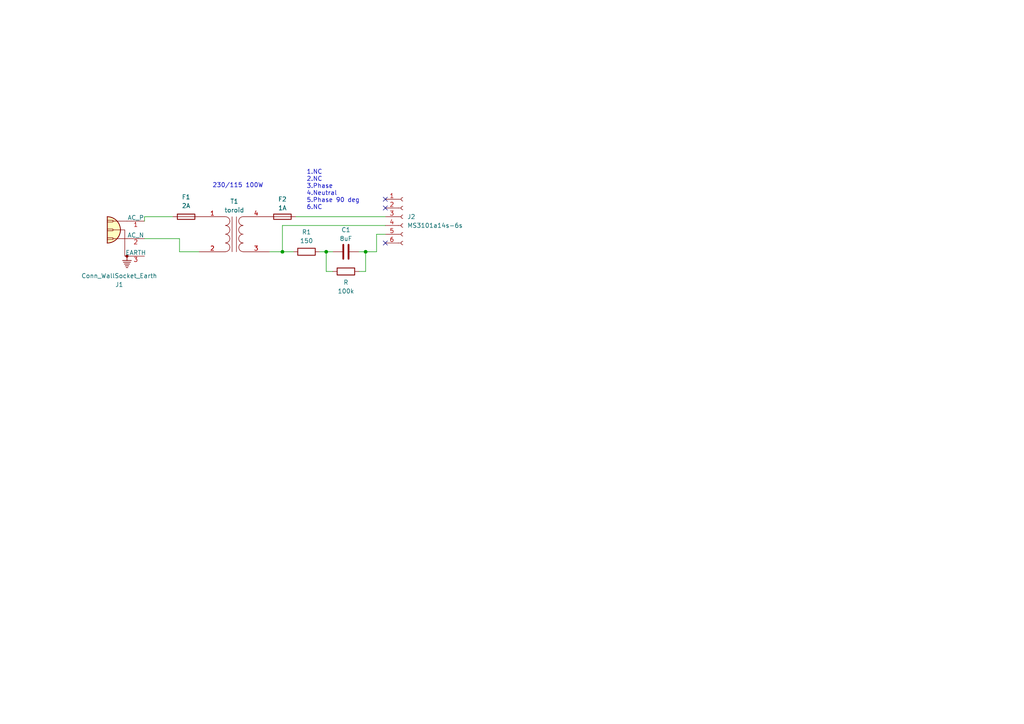
<source format=kicad_sch>
(kicad_sch (version 20230121) (generator eeschema)
  (paper "A4")
  (lib_symbols
    (symbol "Connector:Conn_01x06_Socket" (pin_names (offset 1.016) hide)
      (property "Reference" "J" (at 0 7.62 0))
      (property "Value" "Conn_01x06_Socket" (at 0 -10.16 0))
      (symbol "Conn_01x06_Socket_1_1"
        (arc (start 0 -7.112) (mid -0.5058 -7.62) (end 0 -8.128) (stroke (width 0.1524)))
        (arc (start 0 -4.572) (mid -0.5058 -5.08) (end 0 -5.588) (stroke (width 0.1524)))
        (arc (start 0 -2.032) (mid -0.5058 -2.54) (end 0 -3.048) (stroke (width 0.1524)))
        (polyline (pts (xy -1.27 -7.62) (xy -0.508 -7.62)) (stroke (width 0.1524)))
        (polyline (pts (xy -1.27 -5.08) (xy -0.508 -5.08)) (stroke (width 0.1524)))
        (polyline (pts (xy -1.27 -2.54) (xy -0.508 -2.54)) (stroke (width 0.1524)))
        (polyline (pts (xy -1.27 0) (xy -0.508 0)) (stroke (width 0.1524)))
        (polyline (pts (xy -1.27 2.54) (xy -0.508 2.54)) (stroke (width 0.1524)))
        (polyline (pts (xy -1.27 5.08) (xy -0.508 5.08)) (stroke (width 0.1524)))
        (arc (start 0 0.508) (mid -0.5058 0) (end 0 -0.508) (stroke (width 0.1524)))
        (arc (start 0 3.048) (mid -0.5058 2.54) (end 0 2.032) (stroke (width 0.1524)))
        (arc (start 0 5.588) (mid -0.5058 5.08) (end 0 4.572) (stroke (width 0.1524)))
        (pin passive line (at -5.08 5.08 0) (length 3.81) (name "Pin_1") (number "1"))
        (pin passive line (at -5.08 2.54 0) (length 3.81) (name "Pin_2") (number "2"))
        (pin passive line (at -5.08 0 0) (length 3.81) (name "Pin_3") (number "3"))
        (pin passive line (at -5.08 -2.54 0) (length 3.81) (name "Pin_4") (number "4"))
        (pin passive line (at -5.08 -5.08 0) (length 3.81) (name "Pin_5") (number "5"))
        (pin passive line (at -5.08 -7.62 0) (length 3.81) (name "Pin_6") (number "6"))
      )
    )
    (symbol "Connector:Conn_WallSocket_Earth" (pin_names (offset 0))
      (property "Reference" "J" (at 3.81 6.985 0))
      (property "Value" "Conn_WallSocket_Earth" (at 7.62 2.54 90))
      (symbol "Conn_WallSocket_Earth_0_1"
        (circle (center 0 -5.08) (radius 0.3556) (fill (type outline)))
        (polyline (pts (xy -1.27 -6.35) (xy 1.27 -6.35)) (stroke (width 0.2032)))
        (polyline (pts (xy 0 -5.08) (xy 0 -6.35)) (stroke (width 0.2032)))
        (polyline (pts (xy 0.254 -8.382) (xy -0.254 -8.382)) (stroke (width 0.2032)))
        (polyline (pts (xy 0.508 -7.874) (xy -0.508 -7.874)) (stroke (width 0.2032)))
        (polyline (pts (xy 0.762 -7.366) (xy -0.762 -7.366)) (stroke (width 0.2032)))
        (polyline (pts (xy 1.016 -6.858) (xy -1.016 -6.858)) (stroke (width 0.2032)))
        (polyline (pts (xy 4.064 0) (xy 0 0)))
        (polyline (pts (xy 4.064 5.08) (xy 0 5.08)))
        (polyline (pts (xy 5.715 -1.27) (xy 5.715 6.35)) (stroke (width 0.254)))
        (polyline (pts (xy 0 -5.08) (xy 0.635 -5.08) (xy 0.635 2.54) (xy 4.064 2.54)))
        (rectangle (start 5.715 -0.254) (end 4.064 0.254))
        (rectangle (start 5.715 2.286) (end 4.064 2.794))
        (rectangle (start 5.715 4.826) (end 4.064 5.334))
        (arc (start 5.715 6.35) (mid 1.9216 2.54) (end 5.715 -1.27) (stroke (width 0.254)) (fill (type background)))
      )
      (symbol "Conn_WallSocket_Earth_1_1"
        (pin power_in line (at -5.08 5.08 0) (length 5.08) (name "AC_P") (number "1"))
        (pin power_in line (at -5.08 0 0) (length 5.08) (name "AC_N") (number "2"))
        (pin passive line (at -5.08 -5.08 0) (length 5.08) (name "EARTH") (number "3"))
      )
    )
    (symbol "Device:C" (pin_numbers hide) (pin_names (offset 0.254))
      (property "Reference" "C" (at 0.635 2.54 0))
      (property "Value" "C" (at 0.635 -2.54 0))
      (symbol "C_0_1"
        (polyline (pts (xy -2.032 -0.762) (xy 2.032 -0.762)) (stroke (width 0.508)))
        (polyline (pts (xy -2.032 0.762) (xy 2.032 0.762)) (stroke (width 0.508)))
      )
      (symbol "C_1_1"
        (pin passive line (at 0 3.81 270) (length 2.794) (name "~") (number "1"))
        (pin passive line (at 0 -3.81 90) (length 2.794) (name "~") (number "2"))
      )
    )
    (symbol "Device:Fuse" (pin_numbers hide) (pin_names (offset 0))
      (property "Reference" "F" (at 2.032 0 90))
      (property "Value" "Fuse" (at -1.905 0 90))
      (symbol "Fuse_0_1"
        (rectangle (start -0.762 -2.54) (end 0.762 2.54) (stroke (width 0.254)))
        (polyline (pts (xy 0 2.54) (xy 0 -2.54)))
      )
      (symbol "Fuse_1_1"
        (pin passive line (at 0 3.81 270) (length 1.27) (name "~") (number "1"))
        (pin passive line (at 0 -3.81 90) (length 1.27) (name "~") (number "2"))
      )
    )
    (symbol "Device:R" (pin_numbers hide) (pin_names (offset 0))
      (property "Reference" "R" (at 2.032 0 90))
      (property "Value" "R" (at 0 0 90))
      (symbol "R_0_1"
        (rectangle (start -1.016 -2.54) (end 1.016 2.54) (stroke (width 0.254)))
      )
      (symbol "R_1_1"
        (pin passive line (at 0 3.81 270) (length 1.27) (name "~") (number "1"))
        (pin passive line (at 0 -3.81 90) (length 1.27) (name "~") (number "2"))
      )
    )
    (symbol "Device:Transformer_1P_1S" (pin_names (offset 1.016) hide)
      (property "Reference" "T" (at 0 6.35 0))
      (property "Value" "Transformer_1P_1S" (at 0 -7.62 0))
      (symbol "Transformer_1P_1S_0_1"
        (arc (start -2.54 -5.0546) (mid -1.6599 -4.6901) (end -1.27 -3.81))
        (arc (start -2.54 -2.5146) (mid -1.6599 -2.1501) (end -1.27 -1.27))
        (arc (start -2.54 0.0254) (mid -1.6599 0.3899) (end -1.27 1.27))
        (arc (start -2.54 2.5654) (mid -1.6599 2.9299) (end -1.27 3.81))
        (arc (start -1.27 -3.81) (mid -1.642 -2.912) (end -2.54 -2.54))
        (arc (start -1.27 -1.27) (mid -1.642 -0.372) (end -2.54 0))
        (arc (start -1.27 1.27) (mid -1.642 2.168) (end -2.54 2.54))
        (arc (start -1.27 3.81) (mid -1.642 4.708) (end -2.54 5.08))
        (polyline (pts (xy -0.635 5.08) (xy -0.635 -5.08)))
        (polyline (pts (xy 0.635 -5.08) (xy 0.635 5.08)))
        (arc (start 1.2954 -1.27) (mid 1.6599 -2.1501) (end 2.54 -2.5146))
        (arc (start 1.2954 1.27) (mid 1.6599 0.3899) (end 2.54 0.0254))
        (arc (start 1.2954 3.81) (mid 1.6599 2.9299) (end 2.54 2.5654))
        (arc (start 1.3208 -3.81) (mid 1.6853 -4.6901) (end 2.5654 -5.0546))
        (arc (start 2.54 0) (mid 1.642 -0.372) (end 1.2954 -1.27))
        (arc (start 2.54 2.54) (mid 1.642 2.168) (end 1.2954 1.27))
        (arc (start 2.54 5.08) (mid 1.642 4.708) (end 1.2954 3.81))
        (arc (start 2.5654 -2.54) (mid 1.6674 -2.912) (end 1.3208 -3.81))
      )
      (symbol "Transformer_1P_1S_1_1"
        (pin passive line (at -10.16 5.08 0) (length 7.62) (name "AA") (number "1"))
        (pin passive line (at -10.16 -5.08 0) (length 7.62) (name "AB") (number "2"))
        (pin passive line (at 10.16 -5.08 180) (length 7.62) (name "SA") (number "3"))
        (pin passive line (at 10.16 5.08 180) (length 7.62) (name "SB") (number "4"))
      )
    )
  )
  (junction (at 106.045 73.025))
  (junction (at 81.915 73.025))
  (junction (at 94.615 73.025))
  (no_connect (at 111.76 57.785))
  (no_connect (at 111.76 70.485))
  (no_connect (at 111.76 60.325))
  (wire (pts (xy 106.045 73.025) (xy 104.14 73.025)))
  (wire (pts (xy 85.725 62.865) (xy 111.76 62.865)))
  (wire (pts (xy 106.045 78.74) (xy 106.045 73.025)))
  (wire (pts (xy 52.07 73.025) (xy 57.785 73.025)))
  (wire (pts (xy 106.045 73.025) (xy 109.22 73.025)))
  (wire (pts (xy 109.22 73.025) (xy 109.22 67.945)))
  (wire (pts (xy 41.91 62.865) (xy 50.165 62.865)))
  (wire (pts (xy 96.52 73.025) (xy 94.615 73.025)))
  (wire (pts (xy 52.07 69.215) (xy 52.07 73.025)))
  (wire (pts (xy 41.91 69.215) (xy 52.07 69.215)))
  (wire (pts (xy 81.915 73.025) (xy 78.105 73.025)))
  (wire (pts (xy 109.22 67.945) (xy 111.76 67.945)))
  (wire (pts (xy 96.52 78.74) (xy 94.615 78.74)))
  (wire (pts (xy 85.09 73.025) (xy 81.915 73.025)))
  (wire (pts (xy 41.91 64.135) (xy 41.91 62.865)))
  (wire (pts (xy 94.615 78.74) (xy 94.615 73.025)))
  (wire (pts (xy 81.915 65.405) (xy 111.76 65.405)))
  (wire (pts (xy 94.615 73.025) (xy 92.71 73.025)))
  (wire (pts (xy 81.915 73.025) (xy 81.915 65.405)))
  (wire (pts (xy 104.14 78.74) (xy 106.045 78.74)))
  (text "230/115 100W" (at 61.595 54.61 0) (effects (font (size 1.27 1.27)) (justify left bottom)))
  (text "1.NC\n2.NC\n3.Phase\n4.Neutral\n5.Phase 90 deg\n6.NC" (at 88.9 60.96 0) (effects (font (size 1.27 1.27)) (justify left bottom)))
  (symbol (lib_id "Device:C") (at 100.33 73.025 90) (unit 1)
    (property "Reference" "C1" (at 100.33 66.675 90))
    (property "Value" "8uF" (at 100.33 69.215 90))
  )
  (symbol (lib_id "Connector:Conn_WallSocket_Earth") (at 36.83 69.215 0) (mirror y) (unit 1)
    (property "Reference" "J1" (at 34.5865 82.55 0))
    (property "Value" "Conn_WallSocket_Earth" (at 34.5865 80.01 0))
  )
  (symbol (lib_id "Connector:Conn_01x06_Socket") (at 116.84 62.865 0) (unit 1)
    (property "Reference" "J2" (at 118.11 62.865 0) (effects (justify left)))
    (property "Value" "MS3101a14s-6s" (at 118.11 65.405 0) (effects (justify left)))
  )
  (symbol (lib_id "Device:R") (at 88.9 73.025 90) (unit 1)
    (property "Reference" "R1" (at 88.9 67.31 90))
    (property "Value" "150" (at 88.9 69.85 90))
  )
  (symbol (lib_id "Device:R") (at 100.33 78.74 90) (mirror x) (unit 1)
    (property "Reference" "100k" (at 100.33 84.455 90))
    (property "Value" "R" (at 100.33 81.915 90))
  )
  (symbol (lib_id "Device:Transformer_1P_1S") (at 67.945 67.945 0) (unit 1)
    (property "Reference" "T1" (at 67.9577 58.42 0))
    (property "Value" "toroid" (at 67.9577 60.96 0))
  )
  (symbol (lib_id "Device:Fuse") (at 81.915 62.865 90) (unit 1)
    (property "Reference" "F2" (at 81.915 57.785 90))
    (property "Value" "1A" (at 81.915 60.325 90))
  )
  (symbol (lib_id "Device:Fuse") (at 53.975 62.865 90) (unit 1)
    (property "Reference" "F1" (at 53.975 57.15 90))
    (property "Value" "2A" (at 53.975 59.69 90))
  )
)
</source>
